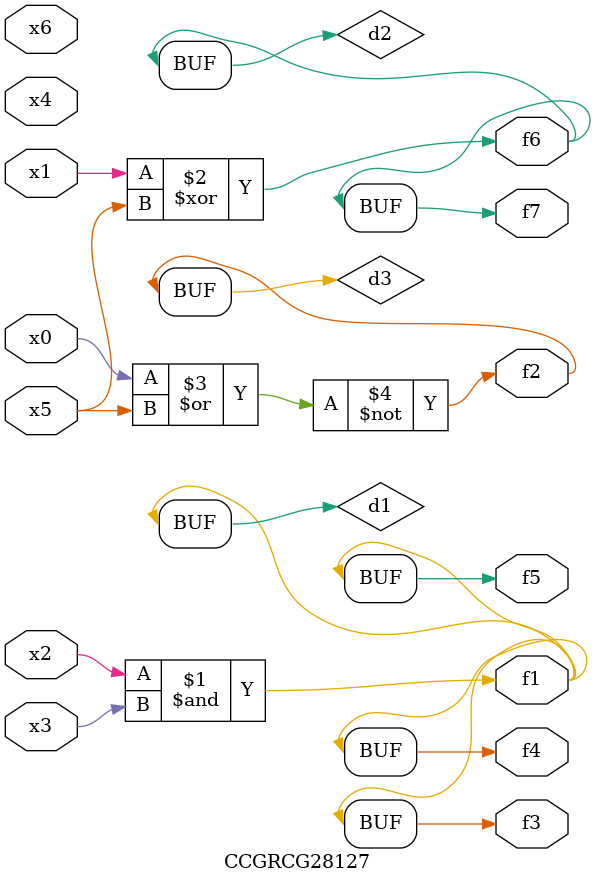
<source format=v>
module CCGRCG28127(
	input x0, x1, x2, x3, x4, x5, x6,
	output f1, f2, f3, f4, f5, f6, f7
);

	wire d1, d2, d3;

	and (d1, x2, x3);
	xor (d2, x1, x5);
	nor (d3, x0, x5);
	assign f1 = d1;
	assign f2 = d3;
	assign f3 = d1;
	assign f4 = d1;
	assign f5 = d1;
	assign f6 = d2;
	assign f7 = d2;
endmodule

</source>
